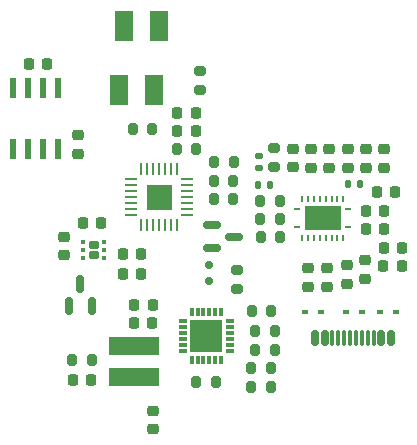
<source format=gbr>
%TF.GenerationSoftware,KiCad,Pcbnew,8.0.5*%
%TF.CreationDate,2024-10-11T13:06:57+01:00*%
%TF.ProjectId,esquema_eletronico,65737175-656d-4615-9f65-6c6574726f6e,rev?*%
%TF.SameCoordinates,Original*%
%TF.FileFunction,Paste,Bot*%
%TF.FilePolarity,Positive*%
%FSLAX46Y46*%
G04 Gerber Fmt 4.6, Leading zero omitted, Abs format (unit mm)*
G04 Created by KiCad (PCBNEW 8.0.5) date 2024-10-11 13:06:57*
%MOMM*%
%LPD*%
G01*
G04 APERTURE LIST*
G04 Aperture macros list*
%AMRoundRect*
0 Rectangle with rounded corners*
0 $1 Rounding radius*
0 $2 $3 $4 $5 $6 $7 $8 $9 X,Y pos of 4 corners*
0 Add a 4 corners polygon primitive as box body*
4,1,4,$2,$3,$4,$5,$6,$7,$8,$9,$2,$3,0*
0 Add four circle primitives for the rounded corners*
1,1,$1+$1,$2,$3*
1,1,$1+$1,$4,$5*
1,1,$1+$1,$6,$7*
1,1,$1+$1,$8,$9*
0 Add four rect primitives between the rounded corners*
20,1,$1+$1,$2,$3,$4,$5,0*
20,1,$1+$1,$4,$5,$6,$7,0*
20,1,$1+$1,$6,$7,$8,$9,0*
20,1,$1+$1,$8,$9,$2,$3,0*%
G04 Aperture macros list end*
%ADD10C,0.010000*%
%ADD11RoundRect,0.225000X0.250000X-0.225000X0.250000X0.225000X-0.250000X0.225000X-0.250000X-0.225000X0*%
%ADD12RoundRect,0.225000X-0.250000X0.225000X-0.250000X-0.225000X0.250000X-0.225000X0.250000X0.225000X0*%
%ADD13RoundRect,0.225000X0.225000X0.250000X-0.225000X0.250000X-0.225000X-0.250000X0.225000X-0.250000X0*%
%ADD14R,1.500000X2.600000*%
%ADD15R,4.200000X1.500000*%
%ADD16RoundRect,0.200000X0.200000X0.275000X-0.200000X0.275000X-0.200000X-0.275000X0.200000X-0.275000X0*%
%ADD17RoundRect,0.200000X-0.200000X-0.275000X0.200000X-0.275000X0.200000X0.275000X-0.200000X0.275000X0*%
%ADD18RoundRect,0.172500X0.262500X0.172500X-0.262500X0.172500X-0.262500X-0.172500X0.262500X-0.172500X0*%
%ADD19RoundRect,0.093750X0.093750X0.106250X-0.093750X0.106250X-0.093750X-0.106250X0.093750X-0.106250X0*%
%ADD20R,0.300000X0.800000*%
%ADD21R,0.800000X0.300000*%
%ADD22R,2.800000X2.800000*%
%ADD23RoundRect,0.150000X0.150000X-0.587500X0.150000X0.587500X-0.150000X0.587500X-0.150000X-0.587500X0*%
%ADD24RoundRect,0.200000X0.275000X-0.200000X0.275000X0.200000X-0.275000X0.200000X-0.275000X-0.200000X0*%
%ADD25RoundRect,0.225000X-0.225000X-0.250000X0.225000X-0.250000X0.225000X0.250000X-0.225000X0.250000X0*%
%ADD26R,0.590000X1.750000*%
%ADD27RoundRect,0.150000X0.150000X0.500000X-0.150000X0.500000X-0.150000X-0.500000X0.150000X-0.500000X0*%
%ADD28RoundRect,0.075000X0.075000X0.575000X-0.075000X0.575000X-0.075000X-0.575000X0.075000X-0.575000X0*%
%ADD29RoundRect,0.150000X-0.200000X0.150000X-0.200000X-0.150000X0.200000X-0.150000X0.200000X0.150000X0*%
%ADD30RoundRect,0.135000X0.185000X-0.135000X0.185000X0.135000X-0.185000X0.135000X-0.185000X-0.135000X0*%
%ADD31R,0.600000X0.240000*%
%ADD32R,0.240000X0.600000*%
%ADD33R,3.050000X2.050000*%
%ADD34R,0.270000X0.990000*%
%ADD35R,0.990000X0.270000*%
%ADD36RoundRect,0.200000X-0.275000X0.200000X-0.275000X-0.200000X0.275000X-0.200000X0.275000X0.200000X0*%
%ADD37RoundRect,0.135000X0.135000X0.185000X-0.135000X0.185000X-0.135000X-0.185000X0.135000X-0.185000X0*%
%ADD38R,0.480000X0.400000*%
%ADD39RoundRect,0.150000X-0.587500X-0.150000X0.587500X-0.150000X0.587500X0.150000X-0.587500X0.150000X0*%
G04 APERTURE END LIST*
D10*
%TO.C,U8*%
X137152740Y-119587740D02*
X135097260Y-119587740D01*
X135097260Y-117532260D01*
X137152740Y-117532260D01*
X137152740Y-119587740D01*
G36*
X137152740Y-119587740D02*
G01*
X135097260Y-119587740D01*
X135097260Y-117532260D01*
X137152740Y-117532260D01*
X137152740Y-119587740D01*
G37*
%TD*%
D11*
%TO.C,C39*%
X149000000Y-116075000D03*
X149000000Y-114525000D03*
%TD*%
D12*
%TO.C,C10*%
X150350000Y-124600000D03*
X150350000Y-126150000D03*
%TD*%
D13*
%TO.C,C31*%
X130375000Y-134060000D03*
X128825000Y-134060000D03*
%TD*%
D11*
%TO.C,C19*%
X147425000Y-116050000D03*
X147425000Y-114500000D03*
%TD*%
D14*
%TO.C,D7*%
X135700000Y-109450000D03*
X132700000Y-109450000D03*
%TD*%
D15*
%TO.C,L1*%
X134000000Y-131125000D03*
X134000000Y-133825000D03*
%TD*%
D16*
%TO.C,R36*%
X142400000Y-118710000D03*
X140750000Y-118710000D03*
%TD*%
D17*
%TO.C,R32*%
X139280000Y-134200000D03*
X140930000Y-134200000D03*
%TD*%
D11*
%TO.C,C22*%
X150525000Y-116075000D03*
X150525000Y-114525000D03*
%TD*%
D18*
%TO.C,U3*%
X130570000Y-123450000D03*
X130570000Y-122650000D03*
D19*
X131457500Y-122400000D03*
X131457500Y-123050000D03*
X131457500Y-123700000D03*
X129682500Y-123700000D03*
X129682500Y-123050000D03*
X129682500Y-122400000D03*
%TD*%
D17*
%TO.C,R31*%
X144275000Y-129925000D03*
X145925000Y-129925000D03*
%TD*%
D12*
%TO.C,C1*%
X129275000Y-113325000D03*
X129275000Y-114875000D03*
%TD*%
D17*
%TO.C,R30*%
X143930000Y-134605000D03*
X145580000Y-134605000D03*
%TD*%
D20*
%TO.C,IC2*%
X138880000Y-128325000D03*
X139380000Y-128325000D03*
X139880000Y-128325000D03*
X140380000Y-128325000D03*
X140880000Y-128325000D03*
X141380000Y-128325000D03*
D21*
X142130000Y-129075000D03*
X142130000Y-129575000D03*
X142130000Y-130075000D03*
X142130000Y-130575000D03*
X142130000Y-131075000D03*
X142130000Y-131575000D03*
D20*
X141380000Y-132325000D03*
X140880000Y-132325000D03*
X140380000Y-132325000D03*
X139880000Y-132325000D03*
X139380000Y-132325000D03*
X138880000Y-132325000D03*
D21*
X138130000Y-131575000D03*
X138130000Y-131075000D03*
X138130000Y-130575000D03*
X138130000Y-130075000D03*
X138130000Y-129575000D03*
X138130000Y-129075000D03*
D22*
X140130000Y-130325000D03*
%TD*%
D13*
%TO.C,C6*%
X131225000Y-120775000D03*
X129675000Y-120775000D03*
%TD*%
D23*
%TO.C,Q4*%
X130405000Y-127765000D03*
X128505000Y-127765000D03*
X129455000Y-125890000D03*
%TD*%
D11*
%TO.C,C25*%
X152100000Y-116075000D03*
X152100000Y-114525000D03*
%TD*%
D24*
%TO.C,R6*%
X145850000Y-116050000D03*
X145850000Y-114400000D03*
%TD*%
D16*
%TO.C,R34*%
X145580000Y-133055000D03*
X143930000Y-133055000D03*
%TD*%
D25*
%TO.C,C15*%
X155125000Y-122850000D03*
X156675000Y-122850000D03*
%TD*%
%TO.C,C14*%
X153625000Y-121300000D03*
X155175000Y-121300000D03*
%TD*%
D26*
%TO.C,U1*%
X127600000Y-114500000D03*
X126330000Y-114500000D03*
X125060000Y-114500000D03*
X123790000Y-114500000D03*
X123790000Y-109330000D03*
X125060000Y-109330000D03*
X126330000Y-109330000D03*
X127600000Y-109330000D03*
%TD*%
D13*
%TO.C,C16*%
X156650000Y-124400000D03*
X155100000Y-124400000D03*
%TD*%
%TO.C,C18*%
X155175000Y-119700000D03*
X153625000Y-119700000D03*
%TD*%
D27*
%TO.C,J2*%
X155750000Y-130530000D03*
X154950000Y-130530000D03*
D28*
X153800000Y-130530000D03*
X152800000Y-130530000D03*
X152300000Y-130530000D03*
X151300000Y-130530000D03*
D27*
X150150000Y-130530000D03*
X149350000Y-130530000D03*
X149350000Y-130530000D03*
X150150000Y-130530000D03*
D28*
X150800000Y-130530000D03*
X151800000Y-130530000D03*
X153300000Y-130530000D03*
X154300000Y-130530000D03*
D27*
X154950000Y-130530000D03*
X155750000Y-130530000D03*
%TD*%
D16*
%TO.C,R22*%
X146350000Y-118900000D03*
X144700000Y-118900000D03*
%TD*%
D29*
%TO.C,D5*%
X140350000Y-125675000D03*
X140350000Y-124275000D03*
%TD*%
D30*
%TO.C,R25*%
X144575000Y-116135000D03*
X144575000Y-115115000D03*
%TD*%
D17*
%TO.C,R24*%
X144725000Y-121975000D03*
X146375000Y-121975000D03*
%TD*%
D16*
%TO.C,R8*%
X130435000Y-132370000D03*
X128785000Y-132370000D03*
%TD*%
D31*
%TO.C,U6*%
X152125000Y-121100000D03*
D32*
X151725000Y-122000000D03*
X151225000Y-122000000D03*
X150725000Y-122000000D03*
X150225000Y-122000000D03*
X149725000Y-122000000D03*
X149225000Y-122000000D03*
X148725000Y-122000000D03*
X148225000Y-122000000D03*
D31*
X147825000Y-121100000D03*
X147825000Y-119600000D03*
D32*
X148225000Y-118700000D03*
X148725000Y-118700000D03*
X149225000Y-118700000D03*
X149725000Y-118700000D03*
X150225000Y-118700000D03*
X150725000Y-118700000D03*
X151225000Y-118700000D03*
X151725000Y-118700000D03*
D31*
X152125000Y-119600000D03*
D33*
X149975000Y-120350000D03*
%TD*%
D14*
%TO.C,D6*%
X133150000Y-104075000D03*
X136150000Y-104075000D03*
%TD*%
D34*
%TO.C,U8*%
X134625000Y-116200000D03*
X135125000Y-116200000D03*
X135625000Y-116200000D03*
X136125000Y-116200000D03*
X136625000Y-116200000D03*
X137125000Y-116200000D03*
X137625000Y-116200000D03*
D35*
X138485000Y-117060000D03*
X138485000Y-117560000D03*
X138485000Y-118060000D03*
X138485000Y-118560000D03*
X138485000Y-119060000D03*
X138485000Y-119560000D03*
X138485000Y-120060000D03*
D34*
X137625000Y-120920000D03*
X137125000Y-120920000D03*
X136625000Y-120920000D03*
X136125000Y-120920000D03*
X135625000Y-120920000D03*
X135125000Y-120920000D03*
X134625000Y-120920000D03*
D35*
X133765000Y-120060000D03*
X133765000Y-119560000D03*
X133765000Y-119060000D03*
X133765000Y-118560000D03*
X133765000Y-118060000D03*
X133765000Y-117560000D03*
X133765000Y-117060000D03*
%TD*%
D13*
%TO.C,C27*%
X134580000Y-125100000D03*
X133030000Y-125100000D03*
%TD*%
%TO.C,C26*%
X134605000Y-123350000D03*
X133055000Y-123350000D03*
%TD*%
D12*
%TO.C,C13*%
X152000000Y-124325000D03*
X152000000Y-125875000D03*
%TD*%
D36*
%TO.C,R28*%
X142750000Y-124725000D03*
X142750000Y-126375000D03*
%TD*%
D17*
%TO.C,R39*%
X140775000Y-115585000D03*
X142425000Y-115585000D03*
%TD*%
D25*
%TO.C,C20*%
X154575000Y-118100000D03*
X156125000Y-118100000D03*
%TD*%
D37*
%TO.C,R27*%
X145525000Y-117575000D03*
X144505000Y-117575000D03*
%TD*%
D17*
%TO.C,R9*%
X133900000Y-112800000D03*
X135550000Y-112800000D03*
%TD*%
D38*
%TO.C,D4*%
X154842500Y-128300000D03*
X156162500Y-128300000D03*
%TD*%
D13*
%TO.C,C28*%
X135555000Y-129225000D03*
X134005000Y-129225000D03*
%TD*%
D16*
%TO.C,R23*%
X146350000Y-120425000D03*
X144700000Y-120425000D03*
%TD*%
D11*
%TO.C,C23*%
X155175000Y-116075000D03*
X155175000Y-114525000D03*
%TD*%
D25*
%TO.C,C38*%
X137675000Y-112960000D03*
X139225000Y-112960000D03*
%TD*%
D11*
%TO.C,C24*%
X153650000Y-116075000D03*
X153650000Y-114525000D03*
%TD*%
D17*
%TO.C,R38*%
X137625000Y-114510000D03*
X139275000Y-114510000D03*
%TD*%
D13*
%TO.C,C29*%
X135580000Y-127675000D03*
X134030000Y-127675000D03*
%TD*%
D11*
%TO.C,C5*%
X128100000Y-123475000D03*
X128100000Y-121925000D03*
%TD*%
D37*
%TO.C,R26*%
X153110000Y-117450000D03*
X152090000Y-117450000D03*
%TD*%
D12*
%TO.C,C30*%
X135575000Y-136650000D03*
X135575000Y-138200000D03*
%TD*%
D17*
%TO.C,R29*%
X143980000Y-128205000D03*
X145630000Y-128205000D03*
%TD*%
D39*
%TO.C,Q3*%
X140580000Y-122850000D03*
X140580000Y-120950000D03*
X142455000Y-121900000D03*
%TD*%
D38*
%TO.C,D3*%
X149825000Y-128300000D03*
X148505000Y-128300000D03*
%TD*%
D12*
%TO.C,C17*%
X148750000Y-124600000D03*
X148750000Y-126150000D03*
%TD*%
D17*
%TO.C,R37*%
X140750000Y-117160000D03*
X142400000Y-117160000D03*
%TD*%
D16*
%TO.C,R33*%
X145900000Y-131475000D03*
X144250000Y-131475000D03*
%TD*%
D38*
%TO.C,D2*%
X151942500Y-128300000D03*
X153262500Y-128300000D03*
%TD*%
D36*
%TO.C,R7*%
X139550000Y-107875000D03*
X139550000Y-109525000D03*
%TD*%
D25*
%TO.C,C2*%
X125100000Y-107325000D03*
X126650000Y-107325000D03*
%TD*%
%TO.C,C37*%
X137675000Y-111410000D03*
X139225000Y-111410000D03*
%TD*%
D12*
%TO.C,C21*%
X153525000Y-123925000D03*
X153525000Y-125475000D03*
%TD*%
M02*

</source>
